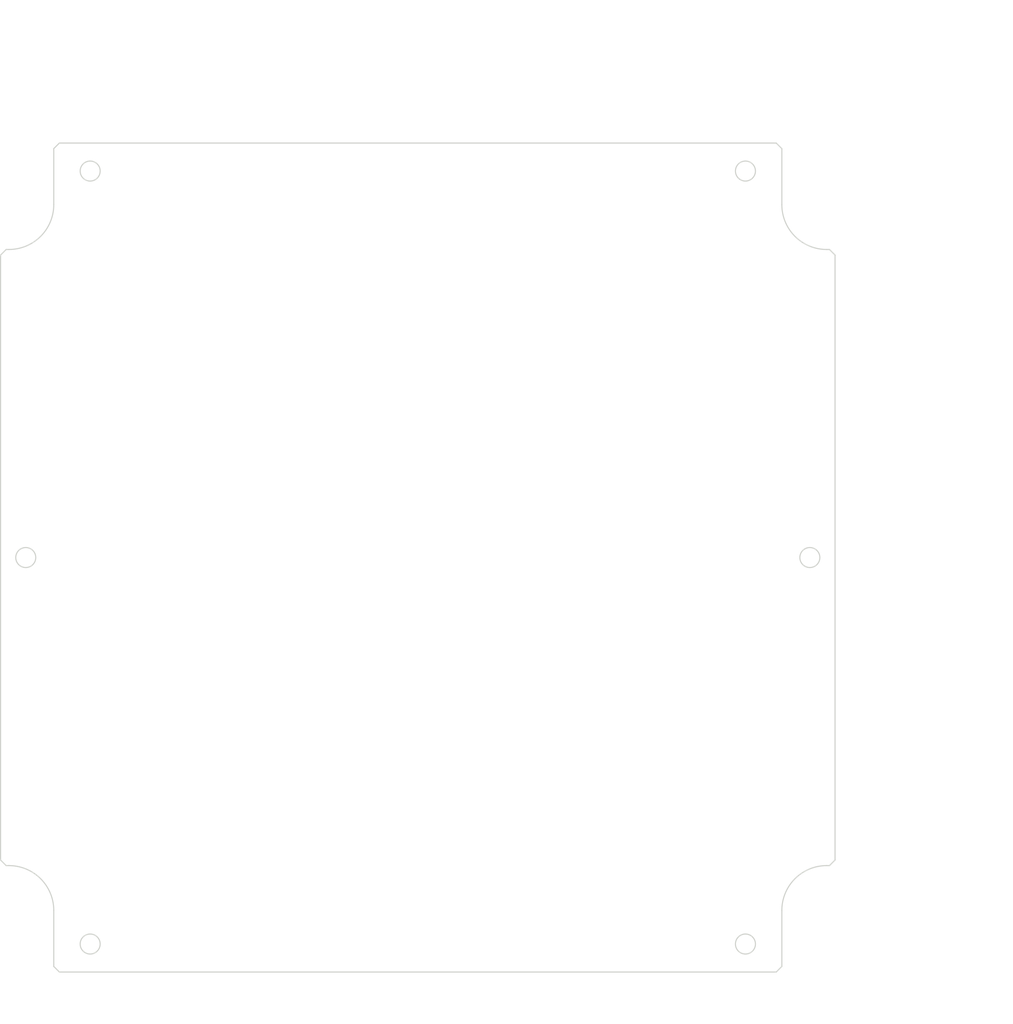
<source format=kicad_pcb>
(kicad_pcb (version 20171130) (host pcbnew "(5.1.0)-1")

  (general
    (thickness 1.6)
    (drawings 102)
    (tracks 0)
    (zones 0)
    (modules 0)
    (nets 1)
  )

  (page A3)
  (layers
    (0 F.Cu signal)
    (31 B.Cu signal)
    (32 B.Adhes user)
    (33 F.Adhes user)
    (34 B.Paste user)
    (35 F.Paste user)
    (36 B.SilkS user)
    (37 F.SilkS user)
    (38 B.Mask user)
    (39 F.Mask user)
    (40 Dwgs.User user)
    (41 Cmts.User user)
    (42 Eco1.User user)
    (43 Eco2.User user)
    (44 Edge.Cuts user)
    (45 Margin user)
    (46 B.CrtYd user)
    (47 F.CrtYd user)
    (48 B.Fab user)
    (49 F.Fab user)
  )

  (setup
    (last_trace_width 0.25)
    (trace_clearance 0.2)
    (zone_clearance 0.508)
    (zone_45_only no)
    (trace_min 0.2)
    (via_size 0.8)
    (via_drill 0.4)
    (via_min_size 0.4)
    (via_min_drill 0.3)
    (uvia_size 0.3)
    (uvia_drill 0.1)
    (uvias_allowed no)
    (uvia_min_size 0.2)
    (uvia_min_drill 0.1)
    (edge_width 0.05)
    (segment_width 0.2)
    (pcb_text_width 0.3)
    (pcb_text_size 1.5 1.5)
    (mod_edge_width 0.12)
    (mod_text_size 1 1)
    (mod_text_width 0.15)
    (pad_size 1.524 1.524)
    (pad_drill 0.762)
    (pad_to_mask_clearance 0.051)
    (solder_mask_min_width 0.25)
    (aux_axis_origin 0 0)
    (visible_elements FFFFFF7F)
    (pcbplotparams
      (layerselection 0x010fc_ffffffff)
      (usegerberextensions false)
      (usegerberattributes false)
      (usegerberadvancedattributes false)
      (creategerberjobfile false)
      (excludeedgelayer true)
      (linewidth 0.152400)
      (plotframeref false)
      (viasonmask false)
      (mode 1)
      (useauxorigin false)
      (hpglpennumber 1)
      (hpglpenspeed 20)
      (hpglpendiameter 15.000000)
      (psnegative false)
      (psa4output false)
      (plotreference true)
      (plotvalue true)
      (plotinvisibletext false)
      (padsonsilk false)
      (subtractmaskfromsilk false)
      (outputformat 1)
      (mirror false)
      (drillshape 1)
      (scaleselection 1)
      (outputdirectory ""))
  )

  (net 0 "")

  (net_class Default "This is the default net class."
    (clearance 0.2)
    (trace_width 0.25)
    (via_dia 0.8)
    (via_drill 0.4)
    (uvia_dia 0.3)
    (uvia_drill 0.1)
  )

  (gr_circle (center 237.356883 73.676072) (end 239.14282 73.676072) (layer Edge.Cuts) (width 0.2))
  (gr_circle (center 248.856883 142.676072) (end 250.64282 142.676072) (layer Edge.Cuts) (width 0.2))
  (gr_circle (center 108.856883 142.676072) (end 110.64282 142.676072) (layer Edge.Cuts) (width 0.2))
  (gr_line (start 252.356883 87.676072) (end 251.856883 87.676072) (layer Edge.Cuts) (width 0.2))
  (gr_arc (start 251.856883 79.676072) (end 243.856883 79.676072) (angle -90) (layer Edge.Cuts) (width 0.2))
  (gr_line (start 243.856883 79.676072) (end 243.856883 69.676072) (layer Edge.Cuts) (width 0.2))
  (gr_line (start 242.856883 68.676072) (end 114.856883 68.676072) (layer Edge.Cuts) (width 0.2))
  (gr_line (start 253.356883 88.676072) (end 253.356883 196.676072) (layer Edge.Cuts) (width 0.2))
  (gr_line (start 252.356883 197.676072) (end 251.856883 197.676072) (layer Edge.Cuts) (width 0.2))
  (gr_arc (start 251.856883 205.676072) (end 251.856883 197.676072) (angle -90) (layer Edge.Cuts) (width 0.2))
  (gr_circle (center 237.356883 211.676072) (end 239.14282 211.676072) (layer Edge.Cuts) (width 0.2))
  (gr_arc (start 105.856883 205.676072) (end 113.856883 205.676072) (angle -90) (layer Edge.Cuts) (width 0.2))
  (gr_line (start 113.856883 205.676072) (end 113.856883 215.676072) (layer Edge.Cuts) (width 0.2))
  (gr_circle (center 120.356883 211.676072) (end 122.14282 211.676072) (layer Edge.Cuts) (width 0.2))
  (gr_line (start 243.856883 205.676072) (end 243.856883 215.676072) (layer Edge.Cuts) (width 0.2))
  (gr_line (start 114.856883 216.676072) (end 242.856883 216.676072) (layer Edge.Cuts) (width 0.2))
  (gr_line (start 105.356883 197.676072) (end 105.856883 197.676072) (layer Edge.Cuts) (width 0.2))
  (gr_line (start 105.356883 87.676072) (end 105.856883 87.676072) (layer Edge.Cuts) (width 0.2))
  (gr_arc (start 105.856883 79.676072) (end 105.856883 87.676072) (angle -90) (layer Edge.Cuts) (width 0.2))
  (gr_circle (center 120.356883 73.676072) (end 122.14282 73.676072) (layer Edge.Cuts) (width 0.2))
  (gr_line (start 104.356883 196.676072) (end 104.356883 88.676072) (layer Edge.Cuts) (width 0.2))
  (gr_line (start 113.856883 79.676072) (end 113.856883 69.676072) (layer Edge.Cuts) (width 0.2))
  (gr_line (start 252.356883 87.676072) (end 253.356883 88.676072) (layer Edge.Cuts) (width 0.2))
  (gr_line (start 242.856883 68.676072) (end 243.856883 69.676072) (layer Edge.Cuts) (width 0.2))
  (gr_line (start 253.356883 196.676072) (end 252.356883 197.676072) (layer Edge.Cuts) (width 0.2))
  (gr_line (start 243.856883 215.676072) (end 242.856883 216.676072) (layer Edge.Cuts) (width 0.2))
  (gr_line (start 114.856883 216.676072) (end 113.856883 215.676072) (layer Edge.Cuts) (width 0.2))
  (gr_line (start 105.356883 197.676072) (end 104.356883 196.676072) (layer Edge.Cuts) (width 0.2))
  (gr_line (start 104.356883 88.676072) (end 105.356883 87.676072) (layer Edge.Cuts) (width 0.2))
  (gr_line (start 113.856883 69.676072) (end 114.856883 68.676072) (layer Edge.Cuts) (width 0.2))
  (gr_text "1.00 X 45.0° Chamfer" (at 121.820949 223.33099) (layer Dwgs.User)
    (effects (font (size 1.7 1.53) (thickness 0.2125)) (justify left bottom))
  )
  (gr_line (start 109.759039 222.451836) (end 120.750309 222.451836) (layer Dwgs.User) (width 0.2))
  (gr_line (start 112.87939 218.192756) (end 109.759039 222.451836) (layer Dwgs.User) (width 0.2))
  (gr_line (start 112.476053 217.897258) (end 113.282727 218.488255) (layer Dwgs.User) (width 0.2))
  (gr_line (start 114.356883 216.176072) (end 112.476053 217.897258) (layer Dwgs.User) (width 0.2))
  (gr_line (start 113.282727 218.488255) (end 114.356883 216.176072) (layer Dwgs.User) (width 0.2))
  (gr_line (start 112.476054 217.897257) (end 113.282726 218.488256) (layer Dwgs.User) (width 0.2))
  (gr_line (start 114.356883 216.176073) (end 112.476054 217.897257) (layer Dwgs.User) (width 0.2))
  (gr_line (start 113.282726 218.488256) (end 114.356883 216.176073) (layer Dwgs.User) (width 0.2))
  (gr_line (start 112.87939 218.192756) (end 114.356883 216.176072) (layer Dwgs.User) (width 0.2))
  (gr_text [5.87] (at 186.393495 48.301878) (layer Dwgs.User)
    (effects (font (size 1.7 1.53) (thickness 0.2125)))
  )
  (gr_text " 149.00" (at 186.393495 44.744443) (layer Dwgs.User)
    (effects (font (size 1.7 1.53) (thickness 0.2125)))
  )
  (gr_line (start 251.356883 46.412417) (end 191.098509 46.412417) (layer Dwgs.User) (width 0.2))
  (gr_line (start 106.356883 46.412417) (end 181.688482 46.412417) (layer Dwgs.User) (width 0.2))
  (gr_line (start 253.356883 87.676072) (end 253.356883 43.237417) (layer Dwgs.User) (width 0.2))
  (gr_line (start 104.356883 87.676072) (end 104.356883 43.237417) (layer Dwgs.User) (width 0.2))
  (gr_text [5.12] (at 186.115367 59.917636) (layer Dwgs.User)
    (effects (font (size 1.7 1.53) (thickness 0.2125)))
  )
  (gr_text " 130.00" (at 186.115367 56.359621) (layer Dwgs.User)
    (effects (font (size 1.7 1.53) (thickness 0.2125)))
  )
  (gr_line (start 241.856883 58.028175) (end 190.820381 58.028175) (layer Dwgs.User) (width 0.2))
  (gr_line (start 115.856883 58.028175) (end 181.410353 58.028175) (layer Dwgs.User) (width 0.2))
  (gr_line (start 243.856883 68.676072) (end 243.856883 54.853175) (layer Dwgs.User) (width 0.2))
  (gr_line (start 113.856883 68.676072) (end 113.856883 54.853175) (layer Dwgs.User) (width 0.2))
  (gr_text [4.61] (at 171.020206 65.445613) (layer Dwgs.User)
    (effects (font (size 1.7 1.53) (thickness 0.2125)))
  )
  (gr_text " 117.00" (at 171.020206 61.888178) (layer Dwgs.User)
    (effects (font (size 1.7 1.53) (thickness 0.2125)))
  )
  (gr_line (start 122.356883 63.556152) (end 166.315192 63.556152) (layer Dwgs.User) (width 0.2))
  (gr_line (start 235.356883 63.556152) (end 175.72522 63.556152) (layer Dwgs.User) (width 0.2))
  (gr_line (start 120.356883 72.676072) (end 120.356883 60.381152) (layer Dwgs.User) (width 0.2))
  (gr_line (start 237.356883 72.676072) (end 237.356883 60.381152) (layer Dwgs.User) (width 0.2))
  (gr_text [5.83] (at 280.392651 156.291448) (layer Dwgs.User)
    (effects (font (size 1.7 1.53) (thickness 0.2125)))
  )
  (gr_text " 148.00" (at 280.392651 152.734013) (layer Dwgs.User)
    (effects (font (size 1.7 1.53) (thickness 0.2125)))
  )
  (gr_line (start 280.392651 214.676072) (end 280.392651 157.959422) (layer Dwgs.User) (width 0.2))
  (gr_line (start 280.392651 70.676072) (end 280.392651 150.844552) (layer Dwgs.User) (width 0.2))
  (gr_line (start 243.856883 216.676072) (end 283.567651 216.676072) (layer Dwgs.User) (width 0.2))
  (gr_line (start 243.856883 68.676072) (end 283.567651 68.676072) (layer Dwgs.User) (width 0.2))
  (gr_text [5.43] (at 273.769797 145.694881) (layer Dwgs.User)
    (effects (font (size 1.7 1.53) (thickness 0.2125)))
  )
  (gr_text " 138.00" (at 273.769797 142.136866) (layer Dwgs.User)
    (effects (font (size 1.7 1.53) (thickness 0.2125)))
  )
  (gr_line (start 273.769797 209.676072) (end 273.769797 147.363435) (layer Dwgs.User) (width 0.2))
  (gr_line (start 273.769797 75.676072) (end 273.769797 140.247404) (layer Dwgs.User) (width 0.2))
  (gr_line (start 238.356883 211.676072) (end 276.944797 211.676072) (layer Dwgs.User) (width 0.2))
  (gr_line (start 238.356883 73.676072) (end 276.944797 73.676072) (layer Dwgs.User) (width 0.2))
  (gr_text [4.33] (at 266.3522 162.781846) (layer Dwgs.User)
    (effects (font (size 1.7 1.53) (thickness 0.2125)))
  )
  (gr_text " 110.00" (at 266.3522 159.224411) (layer Dwgs.User)
    (effects (font (size 1.7 1.53) (thickness 0.2125)))
  )
  (gr_line (start 266.3522 195.676072) (end 266.3522 164.44982) (layer Dwgs.User) (width 0.2))
  (gr_line (start 266.3522 89.676072) (end 266.3522 157.33495) (layer Dwgs.User) (width 0.2))
  (gr_line (start 253.356883 197.676072) (end 269.5272 197.676072) (layer Dwgs.User) (width 0.2))
  (gr_line (start 253.356883 87.676072) (end 269.5272 87.676072) (layer Dwgs.User) (width 0.2))
  (gr_line (start 237.356883 211.766072) (end 237.356883 211.586072) (layer Dwgs.User) (width 0.2))
  (gr_line (start 237.266883 211.676072) (end 237.446883 211.676072) (layer Dwgs.User) (width 0.2))
  (gr_text " ∅3.57\n[∅0.14]" (at 221.19078 223.189641) (layer Dwgs.User)
    (effects (font (size 1.7 1.53) (thickness 0.2125)))
  )
  (gr_line (start 228.229424 223.189641) (end 235.004953 214.642846) (layer Dwgs.User) (width 0.2))
  (gr_line (start 225.727649 223.189641) (end 228.229424 223.189641) (layer Dwgs.User) (width 0.2))
  (gr_text [R0.31] (at 127.518198 199.020025) (layer Dwgs.User)
    (effects (font (size 1.7 1.53) (thickness 0.2125)))
  )
  (gr_text " R8.00" (at 127.518198 195.462589) (layer Dwgs.User)
    (effects (font (size 1.7 1.53) (thickness 0.2125)))
  )
  (gr_line (start 120.548685 197.130564) (end 114.500993 200.648213) (layer Dwgs.User) (width 0.2))
  (gr_line (start 123.047427 197.130564) (end 120.548685 197.130564) (layer Dwgs.User) (width 0.2))
  (gr_text [.20] (at 213.297222 82.736181) (layer Dwgs.User)
    (effects (font (size 1.7 1.53) (thickness 0.2125)))
  )
  (gr_text " 5.00" (at 213.297222 79.178746) (layer Dwgs.User)
    (effects (font (size 1.7 1.53) (thickness 0.2125)))
  )
  (gr_line (start 218.681431 80.84672) (end 216.681431 80.84672) (layer Dwgs.User) (width 0.2))
  (gr_line (start 218.681431 75.676072) (end 218.681431 80.84672) (layer Dwgs.User) (width 0.2))
  (gr_line (start 218.681431 66.676072) (end 218.681431 64.676072) (layer Dwgs.User) (width 0.2))
  (gr_line (start 236.356883 73.676072) (end 215.506431 73.676072) (layer Dwgs.User) (width 0.2))
  (gr_text [.18] (at 261.756514 149.937727) (layer Dwgs.User)
    (effects (font (size 1.7 1.53) (thickness 0.2125)))
  )
  (gr_text " 4.50" (at 261.756514 146.380292) (layer Dwgs.User)
    (effects (font (size 1.7 1.53) (thickness 0.2125)))
  )
  (gr_line (start 255.356883 148.048266) (end 258.372305 148.048266) (layer Dwgs.User) (width 0.2))
  (gr_line (start 246.856883 148.048266) (end 244.856883 148.048266) (layer Dwgs.User) (width 0.2))
  (gr_line (start 248.856883 143.676072) (end 248.856883 151.223266) (layer Dwgs.User) (width 0.2))
  (gr_text [5.51] (at 171.465608 54.109757) (layer Dwgs.User)
    (effects (font (size 1.7 1.53) (thickness 0.2125)))
  )
  (gr_text " 140.00" (at 171.465608 50.552322) (layer Dwgs.User)
    (effects (font (size 1.7 1.53) (thickness 0.2125)))
  )
  (gr_line (start 110.856883 52.220296) (end 166.760594 52.220296) (layer Dwgs.User) (width 0.2))
  (gr_line (start 246.856883 52.220296) (end 176.170622 52.220296) (layer Dwgs.User) (width 0.2))
  (gr_line (start 108.856883 141.676072) (end 108.856883 49.045296) (layer Dwgs.User) (width 0.2))
  (gr_line (start 248.856883 141.676072) (end 248.856883 49.045296) (layer Dwgs.User) (width 0.2))

)

</source>
